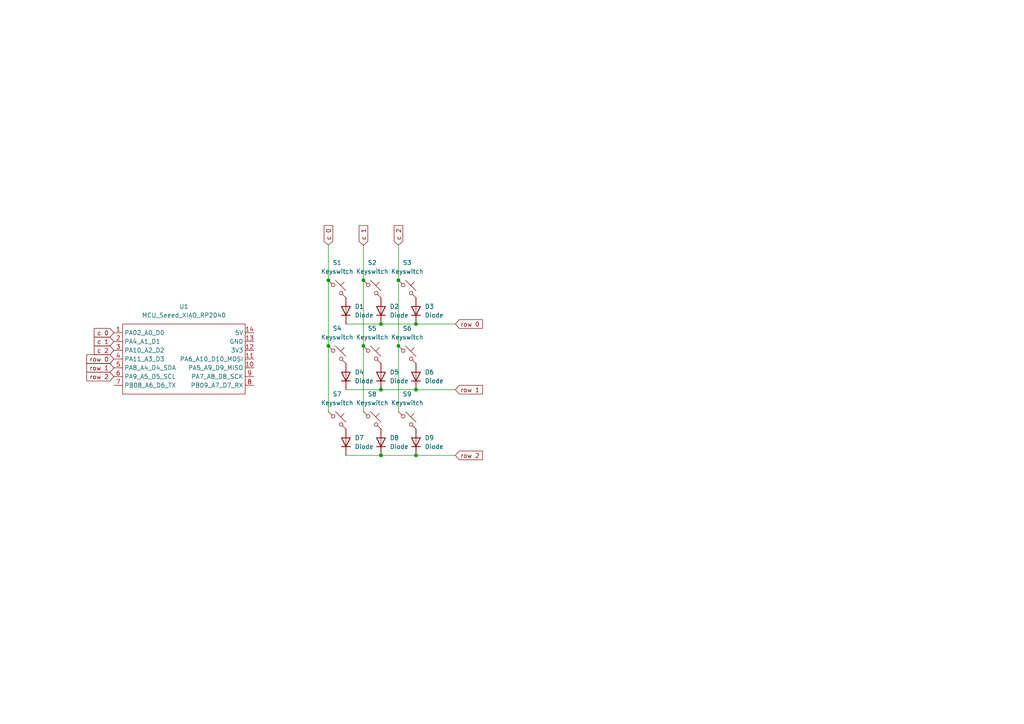
<source format=kicad_sch>
(kicad_sch
	(version 20231120)
	(generator "eeschema")
	(generator_version "8.0")
	(uuid "1420a1ef-7a68-4bc4-b6f6-af4de7c5b542")
	(paper "A4")
	(lib_symbols
		(symbol "ScottoKeebs:MCU_Seeed_XIAO_RP2040"
			(exclude_from_sim no)
			(in_bom yes)
			(on_board yes)
			(property "Reference" "U"
				(at -16.51 11.43 0)
				(effects
					(font
						(size 1.27 1.27)
					)
				)
			)
			(property "Value" "MCU_Seeed_XIAO_RP2040"
				(at -3.81 -11.43 0)
				(effects
					(font
						(size 1.27 1.27)
					)
				)
			)
			(property "Footprint" ""
				(at -16.51 2.54 0)
				(effects
					(font
						(size 1.27 1.27)
					)
					(hide yes)
				)
			)
			(property "Datasheet" ""
				(at -16.51 2.54 0)
				(effects
					(font
						(size 1.27 1.27)
					)
					(hide yes)
				)
			)
			(property "Description" ""
				(at 0 0 0)
				(effects
					(font
						(size 1.27 1.27)
					)
					(hide yes)
				)
			)
			(symbol "MCU_Seeed_XIAO_RP2040_0_1"
				(rectangle
					(start -16.51 10.16)
					(end 19.05 -10.16)
					(stroke
						(width 0)
						(type default)
					)
					(fill
						(type none)
					)
				)
			)
			(symbol "MCU_Seeed_XIAO_RP2040_1_1"
				(pin passive line
					(at -19.05 7.62 0)
					(length 2.54)
					(name "PA02_A0_D0"
						(effects
							(font
								(size 1.27 1.27)
							)
						)
					)
					(number "1"
						(effects
							(font
								(size 1.27 1.27)
							)
						)
					)
				)
				(pin passive line
					(at 21.59 -2.54 180)
					(length 2.54)
					(name "PA5_A9_D9_MISO"
						(effects
							(font
								(size 1.27 1.27)
							)
						)
					)
					(number "10"
						(effects
							(font
								(size 1.27 1.27)
							)
						)
					)
				)
				(pin passive line
					(at 21.59 0 180)
					(length 2.54)
					(name "PA6_A10_D10_MOSI"
						(effects
							(font
								(size 1.27 1.27)
							)
						)
					)
					(number "11"
						(effects
							(font
								(size 1.27 1.27)
							)
						)
					)
				)
				(pin passive line
					(at 21.59 2.54 180)
					(length 2.54)
					(name "3V3"
						(effects
							(font
								(size 1.27 1.27)
							)
						)
					)
					(number "12"
						(effects
							(font
								(size 1.27 1.27)
							)
						)
					)
				)
				(pin passive line
					(at 21.59 5.08 180)
					(length 2.54)
					(name "GND"
						(effects
							(font
								(size 1.27 1.27)
							)
						)
					)
					(number "13"
						(effects
							(font
								(size 1.27 1.27)
							)
						)
					)
				)
				(pin passive line
					(at 21.59 7.62 180)
					(length 2.54)
					(name "5V"
						(effects
							(font
								(size 1.27 1.27)
							)
						)
					)
					(number "14"
						(effects
							(font
								(size 1.27 1.27)
							)
						)
					)
				)
				(pin passive line
					(at -19.05 5.08 0)
					(length 2.54)
					(name "PA4_A1_D1"
						(effects
							(font
								(size 1.27 1.27)
							)
						)
					)
					(number "2"
						(effects
							(font
								(size 1.27 1.27)
							)
						)
					)
				)
				(pin passive line
					(at -19.05 2.54 0)
					(length 2.54)
					(name "PA10_A2_D2"
						(effects
							(font
								(size 1.27 1.27)
							)
						)
					)
					(number "3"
						(effects
							(font
								(size 1.27 1.27)
							)
						)
					)
				)
				(pin passive line
					(at -19.05 0 0)
					(length 2.54)
					(name "PA11_A3_D3"
						(effects
							(font
								(size 1.27 1.27)
							)
						)
					)
					(number "4"
						(effects
							(font
								(size 1.27 1.27)
							)
						)
					)
				)
				(pin passive line
					(at -19.05 -2.54 0)
					(length 2.54)
					(name "PA8_A4_D4_SDA"
						(effects
							(font
								(size 1.27 1.27)
							)
						)
					)
					(number "5"
						(effects
							(font
								(size 1.27 1.27)
							)
						)
					)
				)
				(pin passive line
					(at -19.05 -5.08 0)
					(length 2.54)
					(name "PA9_A5_D5_SCL"
						(effects
							(font
								(size 1.27 1.27)
							)
						)
					)
					(number "6"
						(effects
							(font
								(size 1.27 1.27)
							)
						)
					)
				)
				(pin passive line
					(at -19.05 -7.62 0)
					(length 2.54)
					(name "PB08_A6_D6_TX"
						(effects
							(font
								(size 1.27 1.27)
							)
						)
					)
					(number "7"
						(effects
							(font
								(size 1.27 1.27)
							)
						)
					)
				)
				(pin passive line
					(at 21.59 -7.62 180)
					(length 2.54)
					(name "PB09_A7_D7_RX"
						(effects
							(font
								(size 1.27 1.27)
							)
						)
					)
					(number "8"
						(effects
							(font
								(size 1.27 1.27)
							)
						)
					)
				)
				(pin passive line
					(at 21.59 -5.08 180)
					(length 2.54)
					(name "PA7_A8_D8_SCK"
						(effects
							(font
								(size 1.27 1.27)
							)
						)
					)
					(number "9"
						(effects
							(font
								(size 1.27 1.27)
							)
						)
					)
				)
			)
		)
		(symbol "ScottoKeebs:Placeholder_Diode"
			(pin_numbers hide)
			(pin_names hide)
			(exclude_from_sim no)
			(in_bom yes)
			(on_board yes)
			(property "Reference" "D"
				(at 0 2.54 0)
				(effects
					(font
						(size 1.27 1.27)
					)
				)
			)
			(property "Value" "Diode"
				(at 0 -2.54 0)
				(effects
					(font
						(size 1.27 1.27)
					)
				)
			)
			(property "Footprint" ""
				(at 0 0 0)
				(effects
					(font
						(size 1.27 1.27)
					)
					(hide yes)
				)
			)
			(property "Datasheet" ""
				(at 0 0 0)
				(effects
					(font
						(size 1.27 1.27)
					)
					(hide yes)
				)
			)
			(property "Description" "1N4148 (DO-35) or 1N4148W (SOD-123)"
				(at 0 0 0)
				(effects
					(font
						(size 1.27 1.27)
					)
					(hide yes)
				)
			)
			(property "Sim.Device" "D"
				(at 0 0 0)
				(effects
					(font
						(size 1.27 1.27)
					)
					(hide yes)
				)
			)
			(property "Sim.Pins" "1=K 2=A"
				(at 0 0 0)
				(effects
					(font
						(size 1.27 1.27)
					)
					(hide yes)
				)
			)
			(property "ki_keywords" "diode"
				(at 0 0 0)
				(effects
					(font
						(size 1.27 1.27)
					)
					(hide yes)
				)
			)
			(property "ki_fp_filters" "D*DO?35*"
				(at 0 0 0)
				(effects
					(font
						(size 1.27 1.27)
					)
					(hide yes)
				)
			)
			(symbol "Placeholder_Diode_0_1"
				(polyline
					(pts
						(xy -1.27 1.27) (xy -1.27 -1.27)
					)
					(stroke
						(width 0.254)
						(type default)
					)
					(fill
						(type none)
					)
				)
				(polyline
					(pts
						(xy 1.27 0) (xy -1.27 0)
					)
					(stroke
						(width 0)
						(type default)
					)
					(fill
						(type none)
					)
				)
				(polyline
					(pts
						(xy 1.27 1.27) (xy 1.27 -1.27) (xy -1.27 0) (xy 1.27 1.27)
					)
					(stroke
						(width 0.254)
						(type default)
					)
					(fill
						(type none)
					)
				)
			)
			(symbol "Placeholder_Diode_1_1"
				(pin passive line
					(at -3.81 0 0)
					(length 2.54)
					(name "K"
						(effects
							(font
								(size 1.27 1.27)
							)
						)
					)
					(number "1"
						(effects
							(font
								(size 1.27 1.27)
							)
						)
					)
				)
				(pin passive line
					(at 3.81 0 180)
					(length 2.54)
					(name "A"
						(effects
							(font
								(size 1.27 1.27)
							)
						)
					)
					(number "2"
						(effects
							(font
								(size 1.27 1.27)
							)
						)
					)
				)
			)
		)
		(symbol "ScottoKeebs:Placeholder_Keyswitch"
			(pin_numbers hide)
			(pin_names
				(offset 1.016) hide)
			(exclude_from_sim no)
			(in_bom yes)
			(on_board yes)
			(property "Reference" "S"
				(at 3.048 1.016 0)
				(effects
					(font
						(size 1.27 1.27)
					)
					(justify left)
				)
			)
			(property "Value" "Keyswitch"
				(at 0 -3.81 0)
				(effects
					(font
						(size 1.27 1.27)
					)
				)
			)
			(property "Footprint" ""
				(at 0 0 0)
				(effects
					(font
						(size 1.27 1.27)
					)
					(hide yes)
				)
			)
			(property "Datasheet" "~"
				(at 0 0 0)
				(effects
					(font
						(size 1.27 1.27)
					)
					(hide yes)
				)
			)
			(property "Description" "Push button switch, normally open, two pins, 45° tilted"
				(at 0 0 0)
				(effects
					(font
						(size 1.27 1.27)
					)
					(hide yes)
				)
			)
			(property "ki_keywords" "switch normally-open pushbutton push-button"
				(at 0 0 0)
				(effects
					(font
						(size 1.27 1.27)
					)
					(hide yes)
				)
			)
			(symbol "Placeholder_Keyswitch_0_1"
				(circle
					(center -1.1684 1.1684)
					(radius 0.508)
					(stroke
						(width 0)
						(type default)
					)
					(fill
						(type none)
					)
				)
				(polyline
					(pts
						(xy -0.508 2.54) (xy 2.54 -0.508)
					)
					(stroke
						(width 0)
						(type default)
					)
					(fill
						(type none)
					)
				)
				(polyline
					(pts
						(xy 1.016 1.016) (xy 2.032 2.032)
					)
					(stroke
						(width 0)
						(type default)
					)
					(fill
						(type none)
					)
				)
				(polyline
					(pts
						(xy -2.54 2.54) (xy -1.524 1.524) (xy -1.524 1.524)
					)
					(stroke
						(width 0)
						(type default)
					)
					(fill
						(type none)
					)
				)
				(polyline
					(pts
						(xy 1.524 -1.524) (xy 2.54 -2.54) (xy 2.54 -2.54) (xy 2.54 -2.54)
					)
					(stroke
						(width 0)
						(type default)
					)
					(fill
						(type none)
					)
				)
				(circle
					(center 1.143 -1.1938)
					(radius 0.508)
					(stroke
						(width 0)
						(type default)
					)
					(fill
						(type none)
					)
				)
				(pin passive line
					(at -2.54 2.54 0)
					(length 0)
					(name "1"
						(effects
							(font
								(size 1.27 1.27)
							)
						)
					)
					(number "1"
						(effects
							(font
								(size 1.27 1.27)
							)
						)
					)
				)
				(pin passive line
					(at 2.54 -2.54 180)
					(length 0)
					(name "2"
						(effects
							(font
								(size 1.27 1.27)
							)
						)
					)
					(number "2"
						(effects
							(font
								(size 1.27 1.27)
							)
						)
					)
				)
			)
		)
	)
	(junction
		(at 115.57 100.33)
		(diameter 0)
		(color 0 0 0 0)
		(uuid "00b5721b-27d7-413a-beef-9db5b8ec9e61")
	)
	(junction
		(at 95.25 81.28)
		(diameter 0)
		(color 0 0 0 0)
		(uuid "0441b28c-8a88-4ca0-8c98-8526a89f83d4")
	)
	(junction
		(at 110.49 113.03)
		(diameter 0)
		(color 0 0 0 0)
		(uuid "336dcf19-d8e0-42c9-bce6-623b21df9c18")
	)
	(junction
		(at 120.65 132.08)
		(diameter 0)
		(color 0 0 0 0)
		(uuid "57d16ab8-f39d-4676-a180-938a472f3660")
	)
	(junction
		(at 120.65 93.98)
		(diameter 0)
		(color 0 0 0 0)
		(uuid "5c1cbbe7-e7cb-4147-bfc8-c61077531684")
	)
	(junction
		(at 105.41 81.28)
		(diameter 0)
		(color 0 0 0 0)
		(uuid "6634f321-1f05-4f52-9afa-3b254def9d44")
	)
	(junction
		(at 95.25 100.33)
		(diameter 0)
		(color 0 0 0 0)
		(uuid "6e709ee3-5c26-42e1-8e75-4bd996a9a3af")
	)
	(junction
		(at 105.41 100.33)
		(diameter 0)
		(color 0 0 0 0)
		(uuid "79d2de23-2892-4a44-bdf6-2bfcb7d6a933")
	)
	(junction
		(at 110.49 132.08)
		(diameter 0)
		(color 0 0 0 0)
		(uuid "7b80a16c-fd68-4500-b01c-e57db5204023")
	)
	(junction
		(at 110.49 93.98)
		(diameter 0)
		(color 0 0 0 0)
		(uuid "a129dbcb-3701-47f2-8cb2-2156b13e58e6")
	)
	(junction
		(at 115.57 81.28)
		(diameter 0)
		(color 0 0 0 0)
		(uuid "e20bb3e1-7832-46ff-9902-3e50bca8cf28")
	)
	(junction
		(at 120.65 113.03)
		(diameter 0)
		(color 0 0 0 0)
		(uuid "f33b64a9-98b5-449e-b85b-8aaeec58be35")
	)
	(wire
		(pts
			(xy 110.49 113.03) (xy 120.65 113.03)
		)
		(stroke
			(width 0)
			(type default)
		)
		(uuid "15024ab0-4bbe-483b-86d7-3434d57504da")
	)
	(wire
		(pts
			(xy 132.08 132.08) (xy 120.65 132.08)
		)
		(stroke
			(width 0)
			(type default)
		)
		(uuid "2856f282-78ff-4593-a6b9-0ceb547b8096")
	)
	(wire
		(pts
			(xy 132.08 93.98) (xy 120.65 93.98)
		)
		(stroke
			(width 0)
			(type default)
		)
		(uuid "2aa8840b-2592-44d8-8af2-3922033dcd22")
	)
	(wire
		(pts
			(xy 100.33 113.03) (xy 110.49 113.03)
		)
		(stroke
			(width 0)
			(type default)
		)
		(uuid "40adb05f-9c0d-4e6b-9e61-8f1c330dbf4a")
	)
	(wire
		(pts
			(xy 100.33 132.08) (xy 110.49 132.08)
		)
		(stroke
			(width 0)
			(type default)
		)
		(uuid "60e6acab-5ecd-4302-8422-649fa279ecb2")
	)
	(wire
		(pts
			(xy 95.25 81.28) (xy 95.25 100.33)
		)
		(stroke
			(width 0)
			(type default)
		)
		(uuid "7fee2ade-1caf-4928-81f2-aa3e34ca98ea")
	)
	(wire
		(pts
			(xy 95.25 100.33) (xy 95.25 119.38)
		)
		(stroke
			(width 0)
			(type default)
		)
		(uuid "835ac1cb-815c-46f9-8476-0ad871295192")
	)
	(wire
		(pts
			(xy 132.08 113.03) (xy 120.65 113.03)
		)
		(stroke
			(width 0)
			(type default)
		)
		(uuid "88d9afb2-2a77-428d-b772-c05b056cf4c6")
	)
	(wire
		(pts
			(xy 110.49 93.98) (xy 120.65 93.98)
		)
		(stroke
			(width 0)
			(type default)
		)
		(uuid "8b6b1770-556e-4bcc-b617-81d910842176")
	)
	(wire
		(pts
			(xy 115.57 71.12) (xy 115.57 81.28)
		)
		(stroke
			(width 0)
			(type default)
		)
		(uuid "960d601f-cdb6-47de-80ed-37ab7e9d7987")
	)
	(wire
		(pts
			(xy 110.49 132.08) (xy 120.65 132.08)
		)
		(stroke
			(width 0)
			(type default)
		)
		(uuid "a26c1949-8590-43ee-ae2e-cd299a6b3a4f")
	)
	(wire
		(pts
			(xy 105.41 100.33) (xy 105.41 119.38)
		)
		(stroke
			(width 0)
			(type default)
		)
		(uuid "a2bed070-aeb9-47e2-9cf0-391f511a93d9")
	)
	(wire
		(pts
			(xy 105.41 81.28) (xy 105.41 100.33)
		)
		(stroke
			(width 0)
			(type default)
		)
		(uuid "a88decb9-87f6-477f-a1a1-9399727d063d")
	)
	(wire
		(pts
			(xy 115.57 100.33) (xy 115.57 119.38)
		)
		(stroke
			(width 0)
			(type default)
		)
		(uuid "aab05f13-d702-42a0-bcc1-aa14c4e0c932")
	)
	(wire
		(pts
			(xy 115.57 81.28) (xy 115.57 100.33)
		)
		(stroke
			(width 0)
			(type default)
		)
		(uuid "cf5821de-2596-43cc-962d-9556b8eedaf4")
	)
	(wire
		(pts
			(xy 95.25 71.12) (xy 95.25 81.28)
		)
		(stroke
			(width 0)
			(type default)
		)
		(uuid "de6bf282-52cb-4835-946d-9fbcfc052882")
	)
	(wire
		(pts
			(xy 105.41 71.12) (xy 105.41 81.28)
		)
		(stroke
			(width 0)
			(type default)
		)
		(uuid "e15a9611-355a-48ec-bb5e-f49d40ef5de3")
	)
	(wire
		(pts
			(xy 100.33 93.98) (xy 110.49 93.98)
		)
		(stroke
			(width 0)
			(type default)
		)
		(uuid "f647f7e4-1bf2-4abf-9e54-d30f8d4bbbea")
	)
	(global_label "row 0"
		(shape input)
		(at 33.02 104.14 180)
		(fields_autoplaced yes)
		(effects
			(font
				(size 1.27 1.27)
			)
			(justify right)
		)
		(uuid "01e524b3-9a49-47f7-8c1a-dae150c7b098")
		(property "Intersheetrefs" "${INTERSHEET_REFS}"
			(at 24.592 104.14 0)
			(effects
				(font
					(size 1.27 1.27)
				)
				(justify right)
				(hide yes)
			)
		)
	)
	(global_label "row 2"
		(shape input)
		(at 33.02 109.22 180)
		(fields_autoplaced yes)
		(effects
			(font
				(size 1.27 1.27)
			)
			(justify right)
		)
		(uuid "07e65d3e-8dea-4b8a-9dcd-49c70e9fad36")
		(property "Intersheetrefs" "${INTERSHEET_REFS}"
			(at 24.592 109.22 0)
			(effects
				(font
					(size 1.27 1.27)
				)
				(justify right)
				(hide yes)
			)
		)
	)
	(global_label "row 1"
		(shape input)
		(at 33.02 106.68 180)
		(fields_autoplaced yes)
		(effects
			(font
				(size 1.27 1.27)
			)
			(justify right)
		)
		(uuid "09083e34-fb7d-4b29-85c0-cb6cc3c78135")
		(property "Intersheetrefs" "${INTERSHEET_REFS}"
			(at 24.592 106.68 0)
			(effects
				(font
					(size 1.27 1.27)
				)
				(justify right)
				(hide yes)
			)
		)
	)
	(global_label "c 2"
		(shape input)
		(at 33.02 101.6 180)
		(fields_autoplaced yes)
		(effects
			(font
				(size 1.27 1.27)
			)
			(justify right)
		)
		(uuid "0ea7a7f2-dc9d-4ce5-b033-7081d93dbd8a")
		(property "Intersheetrefs" "${INTERSHEET_REFS}"
			(at 26.7691 101.6 0)
			(effects
				(font
					(size 1.27 1.27)
				)
				(justify right)
				(hide yes)
			)
		)
	)
	(global_label "row 0"
		(shape input)
		(at 132.08 93.98 0)
		(fields_autoplaced yes)
		(effects
			(font
				(size 1.27 1.27)
			)
			(justify left)
		)
		(uuid "6c18aca3-b28f-4e3c-b6d3-afe32efc97e8")
		(property "Intersheetrefs" "${INTERSHEET_REFS}"
			(at 140.508 93.98 0)
			(effects
				(font
					(size 1.27 1.27)
				)
				(justify left)
				(hide yes)
			)
		)
	)
	(global_label "c 1"
		(shape input)
		(at 33.02 99.06 180)
		(fields_autoplaced yes)
		(effects
			(font
				(size 1.27 1.27)
			)
			(justify right)
		)
		(uuid "6d22a35f-e073-4f8a-8419-e1bf23aded67")
		(property "Intersheetrefs" "${INTERSHEET_REFS}"
			(at 26.7691 99.06 0)
			(effects
				(font
					(size 1.27 1.27)
				)
				(justify right)
				(hide yes)
			)
		)
	)
	(global_label "row 2"
		(shape input)
		(at 132.08 132.08 0)
		(fields_autoplaced yes)
		(effects
			(font
				(size 1.27 1.27)
			)
			(justify left)
		)
		(uuid "7e1370c8-0b1b-4bab-9bde-60f9e0479a12")
		(property "Intersheetrefs" "${INTERSHEET_REFS}"
			(at 140.508 132.08 0)
			(effects
				(font
					(size 1.27 1.27)
				)
				(justify left)
				(hide yes)
			)
		)
	)
	(global_label "c 0"
		(shape input)
		(at 33.02 96.52 180)
		(fields_autoplaced yes)
		(effects
			(font
				(size 1.27 1.27)
			)
			(justify right)
		)
		(uuid "9269592f-c062-4999-ad5f-7bb59c6408a7")
		(property "Intersheetrefs" "${INTERSHEET_REFS}"
			(at 26.7691 96.52 0)
			(effects
				(font
					(size 1.27 1.27)
				)
				(justify right)
				(hide yes)
			)
		)
	)
	(global_label "c 0"
		(shape input)
		(at 95.25 71.12 90)
		(fields_autoplaced yes)
		(effects
			(font
				(size 1.27 1.27)
			)
			(justify left)
		)
		(uuid "b13e517e-7b6b-4119-86b0-3a3ecb8720ed")
		(property "Intersheetrefs" "${INTERSHEET_REFS}"
			(at 95.25 64.8691 90)
			(effects
				(font
					(size 1.27 1.27)
				)
				(justify left)
				(hide yes)
			)
		)
	)
	(global_label "row 1"
		(shape input)
		(at 132.08 113.03 0)
		(fields_autoplaced yes)
		(effects
			(font
				(size 1.27 1.27)
			)
			(justify left)
		)
		(uuid "baec807e-f71f-4e36-9a0c-c8e816ba07f2")
		(property "Intersheetrefs" "${INTERSHEET_REFS}"
			(at 140.508 113.03 0)
			(effects
				(font
					(size 1.27 1.27)
				)
				(justify left)
				(hide yes)
			)
		)
	)
	(global_label "c 2"
		(shape input)
		(at 115.57 71.12 90)
		(fields_autoplaced yes)
		(effects
			(font
				(size 1.27 1.27)
			)
			(justify left)
		)
		(uuid "c0eb8e7d-cd75-4deb-8e40-87a1547c36e1")
		(property "Intersheetrefs" "${INTERSHEET_REFS}"
			(at 115.57 64.8691 90)
			(effects
				(font
					(size 1.27 1.27)
				)
				(justify left)
				(hide yes)
			)
		)
	)
	(global_label "c 1"
		(shape input)
		(at 105.41 71.12 90)
		(fields_autoplaced yes)
		(effects
			(font
				(size 1.27 1.27)
			)
			(justify left)
		)
		(uuid "eedd7ab9-8de3-4fe9-8274-39c466a99f66")
		(property "Intersheetrefs" "${INTERSHEET_REFS}"
			(at 105.41 64.8691 90)
			(effects
				(font
					(size 1.27 1.27)
				)
				(justify left)
				(hide yes)
			)
		)
	)
	(symbol
		(lib_id "ScottoKeebs:Placeholder_Diode")
		(at 120.65 90.17 90)
		(unit 1)
		(exclude_from_sim no)
		(in_bom yes)
		(on_board yes)
		(dnp no)
		(fields_autoplaced yes)
		(uuid "09651f44-ccc7-45df-b2dc-8ed461f0111a")
		(property "Reference" "D3"
			(at 123.19 88.8999 90)
			(effects
				(font
					(size 1.27 1.27)
				)
				(justify right)
			)
		)
		(property "Value" "Diode"
			(at 123.19 91.4399 90)
			(effects
				(font
					(size 1.27 1.27)
				)
				(justify right)
			)
		)
		(property "Footprint" "ScottoKeebs_Components:Diode_DO-35"
			(at 120.65 90.17 0)
			(effects
				(font
					(size 1.27 1.27)
				)
				(hide yes)
			)
		)
		(property "Datasheet" ""
			(at 120.65 90.17 0)
			(effects
				(font
					(size 1.27 1.27)
				)
				(hide yes)
			)
		)
		(property "Description" "1N4148 (DO-35) or 1N4148W (SOD-123)"
			(at 120.65 90.17 0)
			(effects
				(font
					(size 1.27 1.27)
				)
				(hide yes)
			)
		)
		(property "Sim.Device" "D"
			(at 120.65 90.17 0)
			(effects
				(font
					(size 1.27 1.27)
				)
				(hide yes)
			)
		)
		(property "Sim.Pins" "1=K 2=A"
			(at 120.65 90.17 0)
			(effects
				(font
					(size 1.27 1.27)
				)
				(hide yes)
			)
		)
		(pin "1"
			(uuid "3bc3131e-d2bb-41dd-894b-c5bc15f810bb")
		)
		(pin "2"
			(uuid "aa54519d-724f-492f-9494-24fdde5b0b69")
		)
		(instances
			(project "HackPadMacroLenny"
				(path "/1420a1ef-7a68-4bc4-b6f6-af4de7c5b542"
					(reference "D3")
					(unit 1)
				)
			)
		)
	)
	(symbol
		(lib_id "ScottoKeebs:Placeholder_Diode")
		(at 120.65 128.27 90)
		(unit 1)
		(exclude_from_sim no)
		(in_bom yes)
		(on_board yes)
		(dnp no)
		(fields_autoplaced yes)
		(uuid "1035b1de-a1ba-4b27-84e2-a6edd936ef30")
		(property "Reference" "D9"
			(at 123.19 126.9999 90)
			(effects
				(font
					(size 1.27 1.27)
				)
				(justify right)
			)
		)
		(property "Value" "Diode"
			(at 123.19 129.5399 90)
			(effects
				(font
					(size 1.27 1.27)
				)
				(justify right)
			)
		)
		(property "Footprint" "ScottoKeebs_Components:Diode_DO-35"
			(at 120.65 128.27 0)
			(effects
				(font
					(size 1.27 1.27)
				)
				(hide yes)
			)
		)
		(property "Datasheet" ""
			(at 120.65 128.27 0)
			(effects
				(font
					(size 1.27 1.27)
				)
				(hide yes)
			)
		)
		(property "Description" "1N4148 (DO-35) or 1N4148W (SOD-123)"
			(at 120.65 128.27 0)
			(effects
				(font
					(size 1.27 1.27)
				)
				(hide yes)
			)
		)
		(property "Sim.Device" "D"
			(at 120.65 128.27 0)
			(effects
				(font
					(size 1.27 1.27)
				)
				(hide yes)
			)
		)
		(property "Sim.Pins" "1=K 2=A"
			(at 120.65 128.27 0)
			(effects
				(font
					(size 1.27 1.27)
				)
				(hide yes)
			)
		)
		(pin "1"
			(uuid "207fca75-4c92-422f-836e-5cc423d0193f")
		)
		(pin "2"
			(uuid "245949b2-f8cb-47b4-ad49-0611a5c968dc")
		)
		(instances
			(project "HackPadMacroLenny"
				(path "/1420a1ef-7a68-4bc4-b6f6-af4de7c5b542"
					(reference "D9")
					(unit 1)
				)
			)
		)
	)
	(symbol
		(lib_id "ScottoKeebs:Placeholder_Diode")
		(at 110.49 90.17 90)
		(unit 1)
		(exclude_from_sim no)
		(in_bom yes)
		(on_board yes)
		(dnp no)
		(fields_autoplaced yes)
		(uuid "15b3b401-30d8-4540-910b-7293e6571fb0")
		(property "Reference" "D2"
			(at 113.03 88.8999 90)
			(effects
				(font
					(size 1.27 1.27)
				)
				(justify right)
			)
		)
		(property "Value" "Diode"
			(at 113.03 91.4399 90)
			(effects
				(font
					(size 1.27 1.27)
				)
				(justify right)
			)
		)
		(property "Footprint" "ScottoKeebs_Components:Diode_DO-35"
			(at 110.49 90.17 0)
			(effects
				(font
					(size 1.27 1.27)
				)
				(hide yes)
			)
		)
		(property "Datasheet" ""
			(at 110.49 90.17 0)
			(effects
				(font
					(size 1.27 1.27)
				)
				(hide yes)
			)
		)
		(property "Description" "1N4148 (DO-35) or 1N4148W (SOD-123)"
			(at 110.49 90.17 0)
			(effects
				(font
					(size 1.27 1.27)
				)
				(hide yes)
			)
		)
		(property "Sim.Device" "D"
			(at 110.49 90.17 0)
			(effects
				(font
					(size 1.27 1.27)
				)
				(hide yes)
			)
		)
		(property "Sim.Pins" "1=K 2=A"
			(at 110.49 90.17 0)
			(effects
				(font
					(size 1.27 1.27)
				)
				(hide yes)
			)
		)
		(pin "1"
			(uuid "53d5b683-fd92-4cd5-98d1-98edde49ea39")
		)
		(pin "2"
			(uuid "105cf8f9-5083-4948-8303-b794558e977f")
		)
		(instances
			(project "HackPadMacroLenny"
				(path "/1420a1ef-7a68-4bc4-b6f6-af4de7c5b542"
					(reference "D2")
					(unit 1)
				)
			)
		)
	)
	(symbol
		(lib_id "ScottoKeebs:Placeholder_Keyswitch")
		(at 107.95 121.92 0)
		(unit 1)
		(exclude_from_sim no)
		(in_bom yes)
		(on_board yes)
		(dnp no)
		(fields_autoplaced yes)
		(uuid "1f0b4d40-7a15-464c-b36e-ad14aad7e097")
		(property "Reference" "S8"
			(at 107.95 114.3 0)
			(effects
				(font
					(size 1.27 1.27)
				)
			)
		)
		(property "Value" "Keyswitch"
			(at 107.95 116.84 0)
			(effects
				(font
					(size 1.27 1.27)
				)
			)
		)
		(property "Footprint" "ScottoKeebs_MX:MX_PCB_1.00u"
			(at 107.95 121.92 0)
			(effects
				(font
					(size 1.27 1.27)
				)
				(hide yes)
			)
		)
		(property "Datasheet" "~"
			(at 107.95 121.92 0)
			(effects
				(font
					(size 1.27 1.27)
				)
				(hide yes)
			)
		)
		(property "Description" "Push button switch, normally open, two pins, 45° tilted"
			(at 107.95 121.92 0)
			(effects
				(font
					(size 1.27 1.27)
				)
				(hide yes)
			)
		)
		(pin "2"
			(uuid "c0b57ed1-f6d0-4ca6-86c9-b46da25c3f70")
		)
		(pin "1"
			(uuid "d20c7d46-5b25-4a5d-99b6-67cb22583081")
		)
		(instances
			(project "HackPadMacroLenny"
				(path "/1420a1ef-7a68-4bc4-b6f6-af4de7c5b542"
					(reference "S8")
					(unit 1)
				)
			)
		)
	)
	(symbol
		(lib_id "ScottoKeebs:Placeholder_Keyswitch")
		(at 107.95 83.82 0)
		(unit 1)
		(exclude_from_sim no)
		(in_bom yes)
		(on_board yes)
		(dnp no)
		(fields_autoplaced yes)
		(uuid "5014b6b0-81c6-4a1e-87d3-dfd452428589")
		(property "Reference" "S2"
			(at 107.95 76.2 0)
			(effects
				(font
					(size 1.27 1.27)
				)
			)
		)
		(property "Value" "Keyswitch"
			(at 107.95 78.74 0)
			(effects
				(font
					(size 1.27 1.27)
				)
			)
		)
		(property "Footprint" "ScottoKeebs_MX:MX_PCB_1.00u"
			(at 107.95 83.82 0)
			(effects
				(font
					(size 1.27 1.27)
				)
				(hide yes)
			)
		)
		(property "Datasheet" "~"
			(at 107.95 83.82 0)
			(effects
				(font
					(size 1.27 1.27)
				)
				(hide yes)
			)
		)
		(property "Description" "Push button switch, normally open, two pins, 45° tilted"
			(at 107.95 83.82 0)
			(effects
				(font
					(size 1.27 1.27)
				)
				(hide yes)
			)
		)
		(pin "2"
			(uuid "da58e0f7-bfcb-46da-b7f8-953a27ca4b28")
		)
		(pin "1"
			(uuid "995dd82c-b078-4574-ba2f-8a8ef198df6a")
		)
		(instances
			(project "HackPadMacroLenny"
				(path "/1420a1ef-7a68-4bc4-b6f6-af4de7c5b542"
					(reference "S2")
					(unit 1)
				)
			)
		)
	)
	(symbol
		(lib_id "ScottoKeebs:Placeholder_Keyswitch")
		(at 97.79 83.82 0)
		(unit 1)
		(exclude_from_sim no)
		(in_bom yes)
		(on_board yes)
		(dnp no)
		(fields_autoplaced yes)
		(uuid "5ead43ab-32fc-4237-8214-16e5717bd99c")
		(property "Reference" "S1"
			(at 97.79 76.2 0)
			(effects
				(font
					(size 1.27 1.27)
				)
			)
		)
		(property "Value" "Keyswitch"
			(at 97.79 78.74 0)
			(effects
				(font
					(size 1.27 1.27)
				)
			)
		)
		(property "Footprint" "ScottoKeebs_MX:MX_PCB_1.00u"
			(at 97.79 83.82 0)
			(effects
				(font
					(size 1.27 1.27)
				)
				(hide yes)
			)
		)
		(property "Datasheet" "~"
			(at 97.79 83.82 0)
			(effects
				(font
					(size 1.27 1.27)
				)
				(hide yes)
			)
		)
		(property "Description" "Push button switch, normally open, two pins, 45° tilted"
			(at 97.79 83.82 0)
			(effects
				(font
					(size 1.27 1.27)
				)
				(hide yes)
			)
		)
		(pin "2"
			(uuid "64754b3b-a176-4148-a1aa-f07a058a6307")
		)
		(pin "1"
			(uuid "1714fff5-0bee-485a-88c8-3c9ca7991424")
		)
		(instances
			(project ""
				(path "/1420a1ef-7a68-4bc4-b6f6-af4de7c5b542"
					(reference "S1")
					(unit 1)
				)
			)
		)
	)
	(symbol
		(lib_id "ScottoKeebs:Placeholder_Keyswitch")
		(at 97.79 121.92 0)
		(unit 1)
		(exclude_from_sim no)
		(in_bom yes)
		(on_board yes)
		(dnp no)
		(fields_autoplaced yes)
		(uuid "6dc37945-4ff6-445a-aad9-010c5813cd3a")
		(property "Reference" "S7"
			(at 97.79 114.3 0)
			(effects
				(font
					(size 1.27 1.27)
				)
			)
		)
		(property "Value" "Keyswitch"
			(at 97.79 116.84 0)
			(effects
				(font
					(size 1.27 1.27)
				)
			)
		)
		(property "Footprint" "ScottoKeebs_MX:MX_PCB_1.00u"
			(at 97.79 121.92 0)
			(effects
				(font
					(size 1.27 1.27)
				)
				(hide yes)
			)
		)
		(property "Datasheet" "~"
			(at 97.79 121.92 0)
			(effects
				(font
					(size 1.27 1.27)
				)
				(hide yes)
			)
		)
		(property "Description" "Push button switch, normally open, two pins, 45° tilted"
			(at 97.79 121.92 0)
			(effects
				(font
					(size 1.27 1.27)
				)
				(hide yes)
			)
		)
		(pin "2"
			(uuid "cc2af937-a769-4dbf-a919-6cf9396b318b")
		)
		(pin "1"
			(uuid "db5c8fc1-87f4-4250-918f-a2895af4602c")
		)
		(instances
			(project "HackPadMacroLenny"
				(path "/1420a1ef-7a68-4bc4-b6f6-af4de7c5b542"
					(reference "S7")
					(unit 1)
				)
			)
		)
	)
	(symbol
		(lib_id "ScottoKeebs:Placeholder_Diode")
		(at 110.49 128.27 90)
		(unit 1)
		(exclude_from_sim no)
		(in_bom yes)
		(on_board yes)
		(dnp no)
		(fields_autoplaced yes)
		(uuid "80b5d3cf-6b98-4115-93bb-0e56a5112ebb")
		(property "Reference" "D8"
			(at 113.03 126.9999 90)
			(effects
				(font
					(size 1.27 1.27)
				)
				(justify right)
			)
		)
		(property "Value" "Diode"
			(at 113.03 129.5399 90)
			(effects
				(font
					(size 1.27 1.27)
				)
				(justify right)
			)
		)
		(property "Footprint" "ScottoKeebs_Components:Diode_DO-35"
			(at 110.49 128.27 0)
			(effects
				(font
					(size 1.27 1.27)
				)
				(hide yes)
			)
		)
		(property "Datasheet" ""
			(at 110.49 128.27 0)
			(effects
				(font
					(size 1.27 1.27)
				)
				(hide yes)
			)
		)
		(property "Description" "1N4148 (DO-35) or 1N4148W (SOD-123)"
			(at 110.49 128.27 0)
			(effects
				(font
					(size 1.27 1.27)
				)
				(hide yes)
			)
		)
		(property "Sim.Device" "D"
			(at 110.49 128.27 0)
			(effects
				(font
					(size 1.27 1.27)
				)
				(hide yes)
			)
		)
		(property "Sim.Pins" "1=K 2=A"
			(at 110.49 128.27 0)
			(effects
				(font
					(size 1.27 1.27)
				)
				(hide yes)
			)
		)
		(pin "1"
			(uuid "5b6b9f66-37bb-464a-a469-513631537be3")
		)
		(pin "2"
			(uuid "78d44aee-7ac1-477b-a0d3-a57197e905bc")
		)
		(instances
			(project "HackPadMacroLenny"
				(path "/1420a1ef-7a68-4bc4-b6f6-af4de7c5b542"
					(reference "D8")
					(unit 1)
				)
			)
		)
	)
	(symbol
		(lib_id "ScottoKeebs:Placeholder_Keyswitch")
		(at 118.11 102.87 0)
		(unit 1)
		(exclude_from_sim no)
		(in_bom yes)
		(on_board yes)
		(dnp no)
		(fields_autoplaced yes)
		(uuid "8ad796f8-168c-47a8-962e-54f83bc8eaad")
		(property "Reference" "S6"
			(at 118.11 95.25 0)
			(effects
				(font
					(size 1.27 1.27)
				)
			)
		)
		(property "Value" "Keyswitch"
			(at 118.11 97.79 0)
			(effects
				(font
					(size 1.27 1.27)
				)
			)
		)
		(property "Footprint" "ScottoKeebs_MX:MX_PCB_1.00u"
			(at 118.11 102.87 0)
			(effects
				(font
					(size 1.27 1.27)
				)
				(hide yes)
			)
		)
		(property "Datasheet" "~"
			(at 118.11 102.87 0)
			(effects
				(font
					(size 1.27 1.27)
				)
				(hide yes)
			)
		)
		(property "Description" "Push button switch, normally open, two pins, 45° tilted"
			(at 118.11 102.87 0)
			(effects
				(font
					(size 1.27 1.27)
				)
				(hide yes)
			)
		)
		(pin "2"
			(uuid "61db3f08-ef7c-4422-9da5-60d4a350576c")
		)
		(pin "1"
			(uuid "e81096b8-bcd3-45ef-99d6-15586518afda")
		)
		(instances
			(project "HackPadMacroLenny"
				(path "/1420a1ef-7a68-4bc4-b6f6-af4de7c5b542"
					(reference "S6")
					(unit 1)
				)
			)
		)
	)
	(symbol
		(lib_id "ScottoKeebs:Placeholder_Keyswitch")
		(at 107.95 102.87 0)
		(unit 1)
		(exclude_from_sim no)
		(in_bom yes)
		(on_board yes)
		(dnp no)
		(fields_autoplaced yes)
		(uuid "9aab167d-66e1-4141-9d8f-694f579f4c34")
		(property "Reference" "S5"
			(at 107.95 95.25 0)
			(effects
				(font
					(size 1.27 1.27)
				)
			)
		)
		(property "Value" "Keyswitch"
			(at 107.95 97.79 0)
			(effects
				(font
					(size 1.27 1.27)
				)
			)
		)
		(property "Footprint" "ScottoKeebs_MX:MX_PCB_1.00u"
			(at 107.95 102.87 0)
			(effects
				(font
					(size 1.27 1.27)
				)
				(hide yes)
			)
		)
		(property "Datasheet" "~"
			(at 107.95 102.87 0)
			(effects
				(font
					(size 1.27 1.27)
				)
				(hide yes)
			)
		)
		(property "Description" "Push button switch, normally open, two pins, 45° tilted"
			(at 107.95 102.87 0)
			(effects
				(font
					(size 1.27 1.27)
				)
				(hide yes)
			)
		)
		(pin "2"
			(uuid "c15b783c-5b4d-4c9f-af6d-b473347bbf7b")
		)
		(pin "1"
			(uuid "b5770075-6783-4ace-88fa-7dfe4c8dbd83")
		)
		(instances
			(project "HackPadMacroLenny"
				(path "/1420a1ef-7a68-4bc4-b6f6-af4de7c5b542"
					(reference "S5")
					(unit 1)
				)
			)
		)
	)
	(symbol
		(lib_id "ScottoKeebs:Placeholder_Keyswitch")
		(at 118.11 83.82 0)
		(unit 1)
		(exclude_from_sim no)
		(in_bom yes)
		(on_board yes)
		(dnp no)
		(fields_autoplaced yes)
		(uuid "a4b41f9c-c18c-4951-8a1d-9e386c7b239a")
		(property "Reference" "S3"
			(at 118.11 76.2 0)
			(effects
				(font
					(size 1.27 1.27)
				)
			)
		)
		(property "Value" "Keyswitch"
			(at 118.11 78.74 0)
			(effects
				(font
					(size 1.27 1.27)
				)
			)
		)
		(property "Footprint" "ScottoKeebs_MX:MX_PCB_1.00u"
			(at 118.11 83.82 0)
			(effects
				(font
					(size 1.27 1.27)
				)
				(hide yes)
			)
		)
		(property "Datasheet" "~"
			(at 118.11 83.82 0)
			(effects
				(font
					(size 1.27 1.27)
				)
				(hide yes)
			)
		)
		(property "Description" "Push button switch, normally open, two pins, 45° tilted"
			(at 118.11 83.82 0)
			(effects
				(font
					(size 1.27 1.27)
				)
				(hide yes)
			)
		)
		(pin "2"
			(uuid "6c689fe3-f0ff-4364-a1b5-9c76e299d2b2")
		)
		(pin "1"
			(uuid "4848fa08-b0a7-4af6-a90a-f039f51789c4")
		)
		(instances
			(project "HackPadMacroLenny"
				(path "/1420a1ef-7a68-4bc4-b6f6-af4de7c5b542"
					(reference "S3")
					(unit 1)
				)
			)
		)
	)
	(symbol
		(lib_id "ScottoKeebs:Placeholder_Diode")
		(at 100.33 109.22 90)
		(unit 1)
		(exclude_from_sim no)
		(in_bom yes)
		(on_board yes)
		(dnp no)
		(fields_autoplaced yes)
		(uuid "baa17a48-c3b8-469f-9835-60ba73413962")
		(property "Reference" "D4"
			(at 102.87 107.9499 90)
			(effects
				(font
					(size 1.27 1.27)
				)
				(justify right)
			)
		)
		(property "Value" "Diode"
			(at 102.87 110.4899 90)
			(effects
				(font
					(size 1.27 1.27)
				)
				(justify right)
			)
		)
		(property "Footprint" "ScottoKeebs_Components:Diode_DO-35"
			(at 100.33 109.22 0)
			(effects
				(font
					(size 1.27 1.27)
				)
				(hide yes)
			)
		)
		(property "Datasheet" ""
			(at 100.33 109.22 0)
			(effects
				(font
					(size 1.27 1.27)
				)
				(hide yes)
			)
		)
		(property "Description" "1N4148 (DO-35) or 1N4148W (SOD-123)"
			(at 100.33 109.22 0)
			(effects
				(font
					(size 1.27 1.27)
				)
				(hide yes)
			)
		)
		(property "Sim.Device" "D"
			(at 100.33 109.22 0)
			(effects
				(font
					(size 1.27 1.27)
				)
				(hide yes)
			)
		)
		(property "Sim.Pins" "1=K 2=A"
			(at 100.33 109.22 0)
			(effects
				(font
					(size 1.27 1.27)
				)
				(hide yes)
			)
		)
		(pin "1"
			(uuid "d6628025-187e-4ca9-9ae9-028179fccd81")
		)
		(pin "2"
			(uuid "de87f2ef-482c-48db-ace8-d7cb597f5805")
		)
		(instances
			(project "HackPadMacroLenny"
				(path "/1420a1ef-7a68-4bc4-b6f6-af4de7c5b542"
					(reference "D4")
					(unit 1)
				)
			)
		)
	)
	(symbol
		(lib_id "ScottoKeebs:Placeholder_Keyswitch")
		(at 118.11 121.92 0)
		(unit 1)
		(exclude_from_sim no)
		(in_bom yes)
		(on_board yes)
		(dnp no)
		(fields_autoplaced yes)
		(uuid "bc1b151f-3864-4aea-8e2b-5b9007e3dab1")
		(property "Reference" "S9"
			(at 118.11 114.3 0)
			(effects
				(font
					(size 1.27 1.27)
				)
			)
		)
		(property "Value" "Keyswitch"
			(at 118.11 116.84 0)
			(effects
				(font
					(size 1.27 1.27)
				)
			)
		)
		(property "Footprint" "ScottoKeebs_MX:MX_PCB_1.00u"
			(at 118.11 121.92 0)
			(effects
				(font
					(size 1.27 1.27)
				)
				(hide yes)
			)
		)
		(property "Datasheet" "~"
			(at 118.11 121.92 0)
			(effects
				(font
					(size 1.27 1.27)
				)
				(hide yes)
			)
		)
		(property "Description" "Push button switch, normally open, two pins, 45° tilted"
			(at 118.11 121.92 0)
			(effects
				(font
					(size 1.27 1.27)
				)
				(hide yes)
			)
		)
		(pin "2"
			(uuid "b383444a-c687-4764-b969-feb29832b0d7")
		)
		(pin "1"
			(uuid "d9570975-df4b-4610-965a-eaf4a3bb168e")
		)
		(instances
			(project "HackPadMacroLenny"
				(path "/1420a1ef-7a68-4bc4-b6f6-af4de7c5b542"
					(reference "S9")
					(unit 1)
				)
			)
		)
	)
	(symbol
		(lib_id "ScottoKeebs:Placeholder_Diode")
		(at 100.33 90.17 90)
		(unit 1)
		(exclude_from_sim no)
		(in_bom yes)
		(on_board yes)
		(dnp no)
		(fields_autoplaced yes)
		(uuid "ce1332bd-ff03-4b93-9a1b-07ccfcc6ff66")
		(property "Reference" "D1"
			(at 102.87 88.8999 90)
			(effects
				(font
					(size 1.27 1.27)
				)
				(justify right)
			)
		)
		(property "Value" "Diode"
			(at 102.87 91.4399 90)
			(effects
				(font
					(size 1.27 1.27)
				)
				(justify right)
			)
		)
		(property "Footprint" "ScottoKeebs_Components:Diode_DO-35"
			(at 100.33 90.17 0)
			(effects
				(font
					(size 1.27 1.27)
				)
				(hide yes)
			)
		)
		(property "Datasheet" ""
			(at 100.33 90.17 0)
			(effects
				(font
					(size 1.27 1.27)
				)
				(hide yes)
			)
		)
		(property "Description" "1N4148 (DO-35) or 1N4148W (SOD-123)"
			(at 100.33 90.17 0)
			(effects
				(font
					(size 1.27 1.27)
				)
				(hide yes)
			)
		)
		(property "Sim.Device" "D"
			(at 100.33 90.17 0)
			(effects
				(font
					(size 1.27 1.27)
				)
				(hide yes)
			)
		)
		(property "Sim.Pins" "1=K 2=A"
			(at 100.33 90.17 0)
			(effects
				(font
					(size 1.27 1.27)
				)
				(hide yes)
			)
		)
		(pin "1"
			(uuid "6029519e-92fd-4c67-bd32-29133de568a5")
		)
		(pin "2"
			(uuid "6bbe0034-60eb-4a33-8893-e59c621eb6dd")
		)
		(instances
			(project ""
				(path "/1420a1ef-7a68-4bc4-b6f6-af4de7c5b542"
					(reference "D1")
					(unit 1)
				)
			)
		)
	)
	(symbol
		(lib_id "ScottoKeebs:Placeholder_Diode")
		(at 120.65 109.22 90)
		(unit 1)
		(exclude_from_sim no)
		(in_bom yes)
		(on_board yes)
		(dnp no)
		(fields_autoplaced yes)
		(uuid "d444db05-ff6c-45a5-bf5a-316725b11b49")
		(property "Reference" "D6"
			(at 123.19 107.9499 90)
			(effects
				(font
					(size 1.27 1.27)
				)
				(justify right)
			)
		)
		(property "Value" "Diode"
			(at 123.19 110.4899 90)
			(effects
				(font
					(size 1.27 1.27)
				)
				(justify right)
			)
		)
		(property "Footprint" "ScottoKeebs_Components:Diode_DO-35"
			(at 120.65 109.22 0)
			(effects
				(font
					(size 1.27 1.27)
				)
				(hide yes)
			)
		)
		(property "Datasheet" ""
			(at 120.65 109.22 0)
			(effects
				(font
					(size 1.27 1.27)
				)
				(hide yes)
			)
		)
		(property "Description" "1N4148 (DO-35) or 1N4148W (SOD-123)"
			(at 120.65 109.22 0)
			(effects
				(font
					(size 1.27 1.27)
				)
				(hide yes)
			)
		)
		(property "Sim.Device" "D"
			(at 120.65 109.22 0)
			(effects
				(font
					(size 1.27 1.27)
				)
				(hide yes)
			)
		)
		(property "Sim.Pins" "1=K 2=A"
			(at 120.65 109.22 0)
			(effects
				(font
					(size 1.27 1.27)
				)
				(hide yes)
			)
		)
		(pin "1"
			(uuid "050e79b8-44e0-433b-8e91-380aec6adff0")
		)
		(pin "2"
			(uuid "3321def7-c128-48b3-a5e9-4fea857867d2")
		)
		(instances
			(project "HackPadMacroLenny"
				(path "/1420a1ef-7a68-4bc4-b6f6-af4de7c5b542"
					(reference "D6")
					(unit 1)
				)
			)
		)
	)
	(symbol
		(lib_id "ScottoKeebs:Placeholder_Keyswitch")
		(at 97.79 102.87 0)
		(unit 1)
		(exclude_from_sim no)
		(in_bom yes)
		(on_board yes)
		(dnp no)
		(fields_autoplaced yes)
		(uuid "e87b611b-165a-40b9-bc7d-2e0c017a29e5")
		(property "Reference" "S4"
			(at 97.79 95.25 0)
			(effects
				(font
					(size 1.27 1.27)
				)
			)
		)
		(property "Value" "Keyswitch"
			(at 97.79 97.79 0)
			(effects
				(font
					(size 1.27 1.27)
				)
			)
		)
		(property "Footprint" "ScottoKeebs_MX:MX_PCB_1.00u"
			(at 97.79 102.87 0)
			(effects
				(font
					(size 1.27 1.27)
				)
				(hide yes)
			)
		)
		(property "Datasheet" "~"
			(at 97.79 102.87 0)
			(effects
				(font
					(size 1.27 1.27)
				)
				(hide yes)
			)
		)
		(property "Description" "Push button switch, normally open, two pins, 45° tilted"
			(at 97.79 102.87 0)
			(effects
				(font
					(size 1.27 1.27)
				)
				(hide yes)
			)
		)
		(pin "2"
			(uuid "e3afdabc-71f1-4e14-89a5-b73a101278e8")
		)
		(pin "1"
			(uuid "1b4515a6-2ba0-45ee-b805-7008fc70fceb")
		)
		(instances
			(project "HackPadMacroLenny"
				(path "/1420a1ef-7a68-4bc4-b6f6-af4de7c5b542"
					(reference "S4")
					(unit 1)
				)
			)
		)
	)
	(symbol
		(lib_id "ScottoKeebs:MCU_Seeed_XIAO_RP2040")
		(at 52.07 104.14 0)
		(unit 1)
		(exclude_from_sim no)
		(in_bom yes)
		(on_board yes)
		(dnp no)
		(fields_autoplaced yes)
		(uuid "f8d25d8e-8175-43b4-ba01-aeca1cd5fe6f")
		(property "Reference" "U1"
			(at 53.34 88.9 0)
			(effects
				(font
					(size 1.27 1.27)
				)
			)
		)
		(property "Value" "MCU_Seeed_XIAO_RP2040"
			(at 53.34 91.44 0)
			(effects
				(font
					(size 1.27 1.27)
				)
			)
		)
		(property "Footprint" "ScottoKeebs_MCU:Seeed_XIAO_RP2040"
			(at 35.56 101.6 0)
			(effects
				(font
					(size 1.27 1.27)
				)
				(hide yes)
			)
		)
		(property "Datasheet" ""
			(at 35.56 101.6 0)
			(effects
				(font
					(size 1.27 1.27)
				)
				(hide yes)
			)
		)
		(property "Description" ""
			(at 52.07 104.14 0)
			(effects
				(font
					(size 1.27 1.27)
				)
				(hide yes)
			)
		)
		(pin "8"
			(uuid "605ad985-453c-47eb-a9ad-479a2687d080")
		)
		(pin "2"
			(uuid "2bcbfd51-328b-454b-910e-279e1c57bba0")
		)
		(pin "14"
			(uuid "296f646e-d829-4bba-adac-b6acfd0d6374")
		)
		(pin "5"
			(uuid "e7386a19-20df-4194-86e7-54fc737e7ac5")
		)
		(pin "7"
			(uuid "35db388e-028a-40f8-b878-66c384e1b5a8")
		)
		(pin "11"
			(uuid "59d392e1-f39d-4118-94fd-c1e69c1b87c1")
		)
		(pin "10"
			(uuid "782bb6c3-2374-48f8-875a-658f706fb211")
		)
		(pin "9"
			(uuid "5079f2b3-c975-4aff-8481-56f335713340")
		)
		(pin "1"
			(uuid "6f7be041-5212-4119-9948-0cbe5c04933e")
		)
		(pin "6"
			(uuid "3c354c2b-ddb0-4ad5-8a31-f7d8cf8156c8")
		)
		(pin "13"
			(uuid "a2e552c6-8522-4de8-bf1c-b20f017965d6")
		)
		(pin "12"
			(uuid "1a65fc6f-75f4-4823-92d9-0e373a02d9a9")
		)
		(pin "4"
			(uuid "a8fe3bda-4785-4f3a-bad2-53713e7bac9b")
		)
		(pin "3"
			(uuid "ef7b4cc3-be4c-4ac5-9a02-b94af3ab85b6")
		)
		(instances
			(project ""
				(path "/1420a1ef-7a68-4bc4-b6f6-af4de7c5b542"
					(reference "U1")
					(unit 1)
				)
			)
		)
	)
	(symbol
		(lib_id "ScottoKeebs:Placeholder_Diode")
		(at 110.49 109.22 90)
		(unit 1)
		(exclude_from_sim no)
		(in_bom yes)
		(on_board yes)
		(dnp no)
		(fields_autoplaced yes)
		(uuid "fcd95bb3-d6c5-4ccc-b030-cf267c7db5e3")
		(property "Reference" "D5"
			(at 113.03 107.9499 90)
			(effects
				(font
					(size 1.27 1.27)
				)
				(justify right)
			)
		)
		(property "Value" "Diode"
			(at 113.03 110.4899 90)
			(effects
				(font
					(size 1.27 1.27)
				)
				(justify right)
			)
		)
		(property "Footprint" "ScottoKeebs_Components:Diode_DO-35"
			(at 110.49 109.22 0)
			(effects
				(font
					(size 1.27 1.27)
				)
				(hide yes)
			)
		)
		(property "Datasheet" ""
			(at 110.49 109.22 0)
			(effects
				(font
					(size 1.27 1.27)
				)
				(hide yes)
			)
		)
		(property "Description" "1N4148 (DO-35) or 1N4148W (SOD-123)"
			(at 110.49 109.22 0)
			(effects
				(font
					(size 1.27 1.27)
				)
				(hide yes)
			)
		)
		(property "Sim.Device" "D"
			(at 110.49 109.22 0)
			(effects
				(font
					(size 1.27 1.27)
				)
				(hide yes)
			)
		)
		(property "Sim.Pins" "1=K 2=A"
			(at 110.49 109.22 0)
			(effects
				(font
					(size 1.27 1.27)
				)
				(hide yes)
			)
		)
		(pin "1"
			(uuid "baef5e73-bff5-480c-8beb-fe4e6009bc32")
		)
		(pin "2"
			(uuid "a13b587e-8a37-47a2-8eab-81459c3a6384")
		)
		(instances
			(project "HackPadMacroLenny"
				(path "/1420a1ef-7a68-4bc4-b6f6-af4de7c5b542"
					(reference "D5")
					(unit 1)
				)
			)
		)
	)
	(symbol
		(lib_id "ScottoKeebs:Placeholder_Diode")
		(at 100.33 128.27 90)
		(unit 1)
		(exclude_from_sim no)
		(in_bom yes)
		(on_board yes)
		(dnp no)
		(fields_autoplaced yes)
		(uuid "ff64e6ad-f86a-4f4f-ae29-5bacf5ec96c8")
		(property "Reference" "D7"
			(at 102.87 126.9999 90)
			(effects
				(font
					(size 1.27 1.27)
				)
				(justify right)
			)
		)
		(property "Value" "Diode"
			(at 102.87 129.5399 90)
			(effects
				(font
					(size 1.27 1.27)
				)
				(justify right)
			)
		)
		(property "Footprint" "ScottoKeebs_Components:Diode_DO-35"
			(at 100.33 128.27 0)
			(effects
				(font
					(size 1.27 1.27)
				)
				(hide yes)
			)
		)
		(property "Datasheet" ""
			(at 100.33 128.27 0)
			(effects
				(font
					(size 1.27 1.27)
				)
				(hide yes)
			)
		)
		(property "Description" "1N4148 (DO-35) or 1N4148W (SOD-123)"
			(at 100.33 128.27 0)
			(effects
				(font
					(size 1.27 1.27)
				)
				(hide yes)
			)
		)
		(property "Sim.Device" "D"
			(at 100.33 128.27 0)
			(effects
				(font
					(size 1.27 1.27)
				)
				(hide yes)
			)
		)
		(property "Sim.Pins" "1=K 2=A"
			(at 100.33 128.27 0)
			(effects
				(font
					(size 1.27 1.27)
				)
				(hide yes)
			)
		)
		(pin "1"
			(uuid "2d20b82b-4f83-4510-8815-b91835e77203")
		)
		(pin "2"
			(uuid "785c7f22-22ee-4fac-a504-1b9fe39c892a")
		)
		(instances
			(project "HackPadMacroLenny"
				(path "/1420a1ef-7a68-4bc4-b6f6-af4de7c5b542"
					(reference "D7")
					(unit 1)
				)
			)
		)
	)
	(sheet_instances
		(path "/"
			(page "1")
		)
	)
)

</source>
